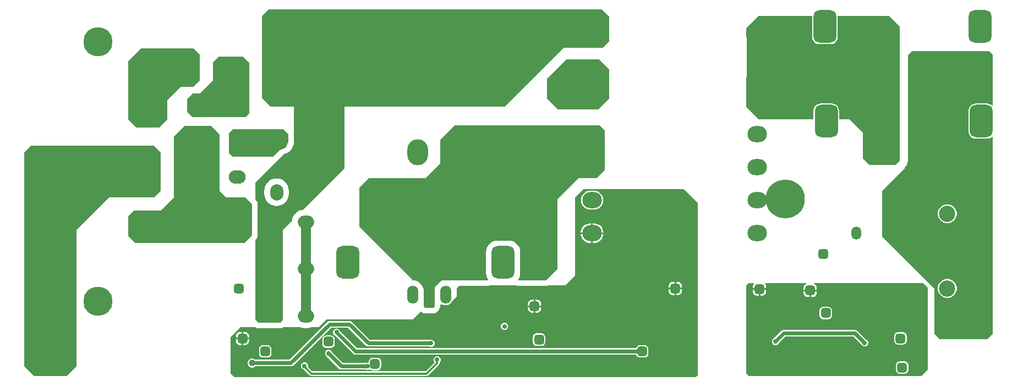
<source format=gtl>
G04*
G04 #@! TF.GenerationSoftware,Altium Limited,Altium Designer,22.0.2 (36)*
G04*
G04 Layer_Physical_Order=1*
G04 Layer_Color=255*
%FSLAX25Y25*%
%MOIN*%
G70*
G04*
G04 #@! TF.SameCoordinates,4B23997A-F780-4CFF-BF2E-C76CCAE4F475*
G04*
G04*
G04 #@! TF.FilePolarity,Positive*
G04*
G01*
G75*
%ADD33C,0.02362*%
%ADD34C,0.01181*%
%ADD35C,0.05906*%
%ADD36O,0.05906X0.07874*%
G04:AMPARAMS|DCode=37|XSize=59.06mil|YSize=59.06mil|CornerRadius=14.76mil|HoleSize=0mil|Usage=FLASHONLY|Rotation=90.000|XOffset=0mil|YOffset=0mil|HoleType=Round|Shape=RoundedRectangle|*
%AMROUNDEDRECTD37*
21,1,0.05906,0.02953,0,0,90.0*
21,1,0.02953,0.05906,0,0,90.0*
1,1,0.02953,0.01476,0.01476*
1,1,0.02953,0.01476,-0.01476*
1,1,0.02953,-0.01476,-0.01476*
1,1,0.02953,-0.01476,0.01476*
%
%ADD37ROUNDEDRECTD37*%
G04:AMPARAMS|DCode=38|XSize=236.22mil|YSize=236.22mil|CornerRadius=59.06mil|HoleSize=0mil|Usage=FLASHONLY|Rotation=0.000|XOffset=0mil|YOffset=0mil|HoleType=Round|Shape=RoundedRectangle|*
%AMROUNDEDRECTD38*
21,1,0.23622,0.11811,0,0,0.0*
21,1,0.11811,0.23622,0,0,0.0*
1,1,0.11811,0.05906,-0.05906*
1,1,0.11811,-0.05906,-0.05906*
1,1,0.11811,-0.05906,0.05906*
1,1,0.11811,0.05906,0.05906*
%
%ADD38ROUNDEDRECTD38*%
G04:AMPARAMS|DCode=39|XSize=59.06mil|YSize=59.06mil|CornerRadius=14.76mil|HoleSize=0mil|Usage=FLASHONLY|Rotation=180.000|XOffset=0mil|YOffset=0mil|HoleType=Round|Shape=RoundedRectangle|*
%AMROUNDEDRECTD39*
21,1,0.05906,0.02953,0,0,180.0*
21,1,0.02953,0.05906,0,0,180.0*
1,1,0.02953,-0.01476,0.01476*
1,1,0.02953,0.01476,0.01476*
1,1,0.02953,0.01476,-0.01476*
1,1,0.02953,-0.01476,-0.01476*
%
%ADD39ROUNDEDRECTD39*%
%ADD40O,0.06614X0.11024*%
G04:AMPARAMS|DCode=41|XSize=137.8mil|YSize=196.85mil|CornerRadius=34.45mil|HoleSize=0mil|Usage=FLASHONLY|Rotation=0.000|XOffset=0mil|YOffset=0mil|HoleType=Round|Shape=RoundedRectangle|*
%AMROUNDEDRECTD41*
21,1,0.13780,0.12795,0,0,0.0*
21,1,0.06890,0.19685,0,0,0.0*
1,1,0.06890,0.03445,-0.06398*
1,1,0.06890,-0.03445,-0.06398*
1,1,0.06890,-0.03445,0.06398*
1,1,0.06890,0.03445,0.06398*
%
%ADD41ROUNDEDRECTD41*%
%ADD42C,0.23622*%
%ADD43C,0.11811*%
%ADD44O,0.11811X0.09843*%
%ADD45C,0.17717*%
%ADD46O,0.05669X0.07087*%
%ADD47C,0.09843*%
%ADD48O,0.12598X0.15748*%
%ADD49O,0.09843X0.07874*%
%ADD50O,0.10236X0.08189*%
%ADD51O,0.07874X0.09843*%
%ADD52O,0.11811X0.07874*%
%ADD53O,0.05906X0.07874*%
%ADD54O,0.07874X0.05906*%
%ADD55C,0.02756*%
%ADD56C,0.03937*%
G36*
X534118Y213914D02*
X534118Y132543D01*
X531496Y129921D01*
X515748D01*
X511811Y133858D01*
X511811Y149606D01*
X503937Y157480D01*
X497414D01*
Y162894D01*
X497268Y163999D01*
X496842Y165028D01*
X496163Y165912D01*
X495279Y166591D01*
X494250Y167017D01*
X493145Y167163D01*
X486255D01*
X485150Y167017D01*
X484121Y166591D01*
X483237Y165912D01*
X482558Y165028D01*
X482132Y163999D01*
X481986Y162894D01*
Y157480D01*
X448776D01*
X441222Y165117D01*
X441618Y201513D01*
X441331Y212893D01*
X448721Y220472D01*
X480924D01*
X481127Y220240D01*
Y207445D01*
X481272Y206340D01*
X481699Y205311D01*
X482377Y204427D01*
X483261Y203748D01*
X484291Y203322D01*
X485396Y203176D01*
X492285D01*
X493390Y203322D01*
X494420Y203748D01*
X495304Y204427D01*
X495982Y205311D01*
X496409Y206340D01*
X496554Y207445D01*
Y220240D01*
X496758Y220472D01*
X527559D01*
X534118Y213914D01*
D02*
G37*
G36*
X590551Y196850D02*
Y166099D01*
X590051Y165969D01*
X589242Y166591D01*
X588212Y167017D01*
X587107Y167163D01*
X580217D01*
X579112Y167017D01*
X578083Y166591D01*
X577199Y165912D01*
X576520Y165028D01*
X576094Y163999D01*
X575949Y162894D01*
Y150098D01*
X576094Y148994D01*
X576520Y147964D01*
X577199Y147080D01*
X578083Y146402D01*
X579112Y145975D01*
X580217Y145830D01*
X587107D01*
X588212Y145975D01*
X589242Y146402D01*
X590051Y147023D01*
X590551Y146893D01*
Y27559D01*
X587470Y24477D01*
X558200D01*
X555118Y27559D01*
Y55118D01*
X523622Y86614D01*
Y114173D01*
X537022Y127573D01*
Y128428D01*
X537627Y129033D01*
X538416Y130061D01*
X538912Y131258D01*
X539081Y132543D01*
X539081Y196562D01*
X541359Y198839D01*
X588563D01*
X590551Y196850D01*
D02*
G37*
G36*
X358268Y220028D02*
Y205144D01*
X354079Y200956D01*
X330433D01*
X294831Y165354D01*
X197835Y165354D01*
Y127953D01*
X172612Y102730D01*
X171987Y102668D01*
X170607Y102250D01*
X169335Y101569D01*
X168220Y100654D01*
X167305Y99539D01*
X166624Y98267D01*
X166206Y96887D01*
X166144Y96262D01*
X160433Y90551D01*
Y35981D01*
X158792Y34341D01*
X145778Y34341D01*
X143701Y36417D01*
X143701Y84390D01*
X144147Y84836D01*
X144147Y84836D01*
X144690Y85544D01*
X144931Y86126D01*
X145031Y86367D01*
X145147Y87251D01*
X145147Y87251D01*
Y106299D01*
X145147Y106299D01*
X145031Y107183D01*
X144690Y108007D01*
X144147Y108714D01*
X144147Y108714D01*
X143701Y109160D01*
Y119095D01*
X161090Y136484D01*
X162459Y136899D01*
X163731Y137579D01*
X164846Y138494D01*
X165761Y139609D01*
X166441Y140881D01*
X166857Y142250D01*
X167323Y142717D01*
Y165354D01*
X153045D01*
X147959Y170440D01*
Y220246D01*
X152123Y224410D01*
X353886D01*
X358268Y220028D01*
D02*
G37*
G36*
Y187878D02*
Y170171D01*
X351661Y163565D01*
X327072D01*
X320553Y170084D01*
Y182214D01*
X332452Y194113D01*
X352033D01*
X358268Y187878D01*
D02*
G37*
G36*
X140245Y191896D02*
Y161151D01*
X137982Y158888D01*
X105684Y158888D01*
X102362Y162211D01*
Y169790D01*
X105800Y173228D01*
X110236D01*
X118110Y181102D01*
Y192328D01*
X121371Y195589D01*
X136552D01*
X140245Y191896D01*
D02*
G37*
G36*
X110236Y196850D02*
Y181102D01*
X106299Y177165D01*
X98425D01*
X90551Y169291D01*
Y157480D01*
X85554Y152484D01*
X71926D01*
X66929Y157480D01*
Y192913D01*
X74803Y200787D01*
X106299D01*
X110236Y196850D01*
D02*
G37*
G36*
X163908Y148383D02*
Y143969D01*
X163899Y143958D01*
X163750Y143597D01*
X163589Y143242D01*
X163271Y142194D01*
X162908Y141516D01*
X162420Y140920D01*
X161825Y140432D01*
X161146Y140069D01*
X160099Y139752D01*
X159743Y139591D01*
X159382Y139441D01*
X159338Y139407D01*
X159286Y139384D01*
X158985Y139136D01*
X158675Y138898D01*
X154619Y134843D01*
X130077D01*
X127859Y137060D01*
Y149148D01*
X130286Y151575D01*
X160716D01*
X163908Y148383D01*
D02*
G37*
G36*
X355513Y150846D02*
Y126981D01*
X350579Y122047D01*
X339484D01*
X326772Y109335D01*
X326772Y66929D01*
X319923Y60080D01*
X303247D01*
X303033Y60532D01*
X303101Y60616D01*
X303736Y61803D01*
X304126Y63090D01*
X304258Y64429D01*
Y77224D01*
X304126Y78563D01*
X303736Y79851D01*
X303101Y81038D01*
X302248Y82078D01*
X301208Y82931D01*
X300021Y83566D01*
X298734Y83956D01*
X297394Y84088D01*
X290505D01*
X289166Y83956D01*
X287878Y83566D01*
X286691Y82931D01*
X285651Y82078D01*
X284798Y81038D01*
X284163Y79851D01*
X283773Y78563D01*
X283641Y77224D01*
Y64429D01*
X283773Y63090D01*
X284163Y61803D01*
X284798Y60616D01*
X284866Y60532D01*
X284653Y60080D01*
X259380D01*
X259105Y60107D01*
X258829Y60080D01*
X256931D01*
X256348Y59498D01*
X255368Y58974D01*
X254349Y58138D01*
X253513Y57118D01*
X252989Y56138D01*
X252369Y55519D01*
X252369Y44118D01*
X251559Y43307D01*
X246815D01*
X245798Y44324D01*
Y48654D01*
X245830Y48973D01*
Y53382D01*
X245701Y54694D01*
X245318Y55956D01*
X244696Y57118D01*
X243860Y58138D01*
X242841Y58974D01*
X241678Y59595D01*
X240417Y59978D01*
X239105Y60107D01*
X206693Y92520D01*
X206693Y116142D01*
X212598Y122047D01*
X247041Y122047D01*
X255906Y130911D01*
Y145158D01*
X264736Y153989D01*
X352371Y153989D01*
X355513Y150846D01*
D02*
G37*
G36*
X122047Y148755D02*
Y114173D01*
X125984Y110236D01*
X137795D01*
X141732Y106299D01*
Y87251D01*
X137159Y82677D01*
X71086D01*
X66929Y86834D01*
Y99055D01*
X70237Y102362D01*
X86554D01*
X94488Y110296D01*
Y147033D01*
X100999Y153543D01*
X117259D01*
X122047Y148755D01*
D02*
G37*
G36*
X403543Y115157D02*
X411948Y106753D01*
Y2505D01*
X410852Y1405D01*
X131049D01*
X128937Y3509D01*
X128937Y25591D01*
X134843Y31496D01*
X143923D01*
X144070Y31383D01*
X144894Y31042D01*
X145778Y30925D01*
X145778Y30925D01*
X158792Y30925D01*
X158792Y30925D01*
X159676Y31042D01*
X160500Y31383D01*
X160647Y31496D01*
X170839D01*
X171987Y31148D01*
X173423Y31006D01*
X175391D01*
X176827Y31148D01*
X177975Y31496D01*
X182087D01*
X187008Y36417D01*
X239173D01*
X243774Y41019D01*
X244274D01*
X244401Y40892D01*
X245108Y40350D01*
X245932Y40008D01*
X246815Y39892D01*
X246815Y39892D01*
X251559D01*
X251559Y39892D01*
X252443Y40008D01*
X253267Y40350D01*
X253974Y40892D01*
X253974Y40892D01*
X254784Y41703D01*
X255327Y42410D01*
X255668Y43234D01*
X255785Y44118D01*
X255785Y44118D01*
Y45276D01*
X257331D01*
X258036Y44984D01*
X259105Y44843D01*
X260173Y44984D01*
X261170Y45396D01*
X262025Y46052D01*
X262681Y46908D01*
X262838Y47287D01*
X265748Y50197D01*
Y55118D01*
X267295Y56665D01*
X284653D01*
X284792Y56683D01*
X284932Y56677D01*
X285232Y56741D01*
X285536Y56782D01*
X285666Y56835D01*
X285803Y56865D01*
X286076Y57005D01*
X286273Y57087D01*
X301626D01*
X301823Y57005D01*
X302096Y56865D01*
X302233Y56835D01*
X302363Y56782D01*
X302667Y56741D01*
X302968Y56677D01*
X303108Y56683D01*
X303247Y56665D01*
X319923D01*
X319923Y56665D01*
X320807Y56782D01*
X321543Y57087D01*
X331693D01*
X337598Y62992D01*
Y110236D01*
X342520Y115157D01*
X403543Y115157D01*
D02*
G37*
G36*
X551181Y55512D02*
Y5906D01*
X547223Y1947D01*
X442935D01*
X441139Y3743D01*
Y56887D01*
X442520Y58268D01*
X445541D01*
X445805Y57768D01*
X445403Y57167D01*
X445211Y56201D01*
Y55224D01*
X449213D01*
X453214D01*
Y56201D01*
X453022Y57167D01*
X452620Y57768D01*
X452884Y58268D01*
X477538D01*
X477587Y57768D01*
X477479Y57746D01*
X476659Y57199D01*
X476112Y56380D01*
X475920Y55413D01*
Y54437D01*
X479921D01*
X483922D01*
Y55413D01*
X483730Y56380D01*
X483183Y57199D01*
X482364Y57746D01*
X482255Y57768D01*
X482304Y58268D01*
X548425D01*
X551181Y55512D01*
D02*
G37*
G36*
X86614Y137795D02*
Y114173D01*
X82677Y110236D01*
X55118D01*
X35433Y90551D01*
Y7874D01*
X29506Y1947D01*
X9864D01*
X3937Y7874D01*
X3937Y137795D01*
X7874Y141732D01*
X82677D01*
X86614Y137795D01*
D02*
G37*
%LPC*%
G36*
X563744Y106102D02*
X562241D01*
X560789Y105713D01*
X559487Y104962D01*
X558424Y103899D01*
X557673Y102597D01*
X557283Y101145D01*
Y99642D01*
X557673Y98190D01*
X558424Y96889D01*
X559487Y95826D01*
X560789Y95074D01*
X562241Y94685D01*
X563744D01*
X565196Y95074D01*
X566497Y95826D01*
X567560Y96889D01*
X568312Y98190D01*
X568701Y99642D01*
Y101145D01*
X568312Y102597D01*
X567560Y103899D01*
X566497Y104962D01*
X565196Y105713D01*
X563744Y106102D01*
D02*
G37*
G36*
Y60827D02*
X562241D01*
X560789Y60438D01*
X559487Y59686D01*
X558424Y58623D01*
X557673Y57322D01*
X557283Y55870D01*
Y54366D01*
X557673Y52915D01*
X558424Y51613D01*
X559487Y50550D01*
X560789Y49799D01*
X562241Y49409D01*
X563744D01*
X565196Y49799D01*
X566497Y50550D01*
X567560Y51613D01*
X568312Y52915D01*
X568701Y54366D01*
Y55870D01*
X568312Y57322D01*
X567560Y58623D01*
X566497Y59686D01*
X565196Y60438D01*
X563744Y60827D01*
D02*
G37*
G36*
X156693Y121728D02*
X155257Y121587D01*
X153877Y121168D01*
X152605Y120488D01*
X151490Y119573D01*
X150575Y118458D01*
X149895Y117186D01*
X149476Y115806D01*
X149335Y114370D01*
Y112402D01*
X149476Y110966D01*
X149895Y109586D01*
X150575Y108314D01*
X151490Y107199D01*
X152605Y106283D01*
X153877Y105603D01*
X155257Y105185D01*
X156693Y105043D01*
X158128Y105185D01*
X159509Y105603D01*
X160781Y106283D01*
X161896Y107199D01*
X162811Y108314D01*
X163491Y109586D01*
X163910Y110966D01*
X164051Y112402D01*
Y114370D01*
X163910Y115806D01*
X163491Y117186D01*
X162811Y118458D01*
X161896Y119573D01*
X160781Y120488D01*
X159509Y121168D01*
X158128Y121587D01*
X156693Y121728D01*
D02*
G37*
G36*
X348816Y114376D02*
X346848D01*
X345358Y114180D01*
X343969Y113605D01*
X342776Y112690D01*
X341861Y111497D01*
X341286Y110108D01*
X341090Y108618D01*
X341286Y107128D01*
X341861Y105739D01*
X342776Y104547D01*
X343969Y103632D01*
X345358Y103057D01*
X346848Y102860D01*
X348816D01*
X350307Y103057D01*
X351695Y103632D01*
X352888Y104547D01*
X353803Y105739D01*
X354378Y107128D01*
X354574Y108618D01*
X354378Y110108D01*
X353803Y111497D01*
X352888Y112690D01*
X351695Y113605D01*
X350307Y114180D01*
X348816Y114376D01*
D02*
G37*
G36*
Y94568D02*
X348332D01*
Y89118D01*
X354717D01*
X354652Y89779D01*
X354313Y90895D01*
X353764Y91924D01*
X353024Y92826D01*
X352122Y93565D01*
X351093Y94115D01*
X349977Y94454D01*
X348816Y94568D01*
D02*
G37*
G36*
X347332D02*
X346848D01*
X345687Y94454D01*
X344571Y94115D01*
X343542Y93565D01*
X342641Y92826D01*
X341901Y91924D01*
X341351Y90895D01*
X341012Y89779D01*
X340947Y89118D01*
X347332D01*
Y94568D01*
D02*
G37*
G36*
X354717Y88118D02*
X348332D01*
Y82668D01*
X348816D01*
X349977Y82783D01*
X351093Y83121D01*
X352122Y83671D01*
X353024Y84411D01*
X353764Y85313D01*
X354313Y86341D01*
X354652Y87458D01*
X354717Y88118D01*
D02*
G37*
G36*
X347332D02*
X340947D01*
X341012Y87458D01*
X341351Y86341D01*
X341901Y85313D01*
X342641Y84411D01*
X343542Y83671D01*
X344571Y83121D01*
X345687Y82783D01*
X346848Y82668D01*
X347332D01*
Y88118D01*
D02*
G37*
G36*
X399695Y59029D02*
X398719D01*
Y55527D01*
X402220D01*
Y56504D01*
X402028Y57470D01*
X401481Y58289D01*
X400662Y58836D01*
X399695Y59029D01*
D02*
G37*
G36*
X397719D02*
X396743D01*
X395776Y58836D01*
X394957Y58289D01*
X394410Y57470D01*
X394218Y56504D01*
Y55527D01*
X397719D01*
Y59029D01*
D02*
G37*
G36*
X402220Y54527D02*
X398719D01*
Y51026D01*
X399695D01*
X400662Y51218D01*
X401481Y51766D01*
X402028Y52585D01*
X402220Y53551D01*
Y54527D01*
D02*
G37*
G36*
X397719D02*
X394218D01*
Y53551D01*
X394410Y52585D01*
X394957Y51766D01*
X395776Y51218D01*
X396743Y51026D01*
X397719D01*
Y54527D01*
D02*
G37*
G36*
X314469Y48293D02*
X313492D01*
Y44791D01*
X316993D01*
Y45768D01*
X316801Y46734D01*
X316254Y47553D01*
X315435Y48100D01*
X314469Y48293D01*
D02*
G37*
G36*
X312492D02*
X311516D01*
X310549Y48100D01*
X309730Y47553D01*
X309183Y46734D01*
X308991Y45768D01*
Y44791D01*
X312492D01*
Y48293D01*
D02*
G37*
G36*
X316993Y43791D02*
X313492D01*
Y40290D01*
X314469D01*
X315435Y40482D01*
X316254Y41030D01*
X316801Y41849D01*
X316993Y42815D01*
Y43791D01*
D02*
G37*
G36*
X312492D02*
X308991D01*
Y42815D01*
X309183Y41849D01*
X309730Y41030D01*
X310549Y40482D01*
X311516Y40290D01*
X312492D01*
Y43791D01*
D02*
G37*
G36*
X295245Y34265D02*
X294384D01*
X293588Y33935D01*
X292979Y33326D01*
X292649Y32531D01*
Y31669D01*
X292979Y30873D01*
X293588Y30264D01*
X294384Y29934D01*
X295245D01*
X296041Y30264D01*
X296650Y30873D01*
X296980Y31669D01*
Y32531D01*
X296650Y33326D01*
X296041Y33935D01*
X295245Y34265D01*
D02*
G37*
G36*
X137500Y28804D02*
X136524D01*
Y25303D01*
X140025D01*
Y26280D01*
X139833Y27246D01*
X139285Y28065D01*
X138466Y28612D01*
X137500Y28804D01*
D02*
G37*
G36*
X135524D02*
X134547D01*
X133581Y28612D01*
X132762Y28065D01*
X132215Y27246D01*
X132022Y26280D01*
Y25303D01*
X135524D01*
Y28804D01*
D02*
G37*
G36*
X140025Y24303D02*
X136524D01*
Y20802D01*
X137500D01*
X138466Y20994D01*
X139285Y21541D01*
X139833Y22361D01*
X140025Y23327D01*
Y24303D01*
D02*
G37*
G36*
X135524D02*
X132022D01*
Y23327D01*
X132215Y22361D01*
X132762Y21541D01*
X133581Y20994D01*
X134547Y20802D01*
X135524D01*
Y24303D01*
D02*
G37*
G36*
X317197Y27825D02*
X314244D01*
X313361Y27650D01*
X312612Y27150D01*
X312112Y26401D01*
X311936Y25517D01*
Y22565D01*
X312112Y21681D01*
X312612Y20933D01*
X313361Y20432D01*
X314244Y20256D01*
X317197D01*
X318080Y20432D01*
X318829Y20933D01*
X319330Y21681D01*
X319505Y22565D01*
Y25517D01*
X319330Y26401D01*
X318829Y27150D01*
X318080Y27650D01*
X317197Y27825D01*
D02*
G37*
G36*
X200787Y35472D02*
X188976D01*
X188208Y35319D01*
X187557Y34884D01*
X164502Y11828D01*
X143817D01*
X143619Y12027D01*
X142990Y12389D01*
X142289Y12577D01*
X141564D01*
X140863Y12389D01*
X140234Y12027D01*
X139721Y11513D01*
X139358Y10885D01*
X139171Y10184D01*
Y9459D01*
X139358Y8758D01*
X139721Y8129D01*
X140234Y7616D01*
X140863Y7253D01*
X141564Y7066D01*
X142289D01*
X142990Y7253D01*
X143619Y7616D01*
X143817Y7814D01*
X165333D01*
X166101Y7967D01*
X166752Y8402D01*
X189808Y31457D01*
X199956D01*
X210957Y20456D01*
X211608Y20021D01*
X212376Y19869D01*
X249381D01*
X249764Y19710D01*
X250625D01*
X251421Y20040D01*
X252030Y20649D01*
X252360Y21445D01*
Y22306D01*
X252030Y23102D01*
X251421Y23711D01*
X250625Y24041D01*
X249764D01*
X249381Y23883D01*
X213208D01*
X202207Y34884D01*
X201555Y35319D01*
X200787Y35472D01*
D02*
G37*
G36*
X189665Y26619D02*
X186713D01*
X185829Y26443D01*
X185081Y25943D01*
X184580Y25194D01*
X184405Y24311D01*
Y21358D01*
X184580Y20475D01*
X185081Y19726D01*
X185829Y19226D01*
X186713Y19050D01*
X189665D01*
X190549Y19226D01*
X191297Y19726D01*
X191798Y20475D01*
X191973Y21358D01*
Y24311D01*
X191798Y25194D01*
X191297Y25943D01*
X190549Y26443D01*
X189665Y26619D01*
D02*
G37*
G36*
X193459Y30687D02*
X192598D01*
X191802Y30358D01*
X191193Y29749D01*
X190863Y28953D01*
Y28091D01*
X191193Y27296D01*
X191802Y26686D01*
X192184Y26528D01*
X203202Y15510D01*
X203854Y15075D01*
X204622Y14922D01*
X374471D01*
X374541Y14570D01*
X375041Y13821D01*
X375790Y13320D01*
X376673Y13145D01*
X379626D01*
X380509Y13320D01*
X381258Y13821D01*
X381758Y14570D01*
X381934Y15453D01*
Y18406D01*
X381758Y19289D01*
X381258Y20038D01*
X380509Y20538D01*
X379626Y20714D01*
X376673D01*
X375790Y20538D01*
X375041Y20038D01*
X374541Y19289D01*
X374471Y18936D01*
X205453D01*
X195022Y29367D01*
X194864Y29749D01*
X194255Y30358D01*
X193459Y30687D01*
D02*
G37*
G36*
X151279Y20714D02*
X148327D01*
X147443Y20538D01*
X146695Y20038D01*
X146194Y19289D01*
X146019Y18406D01*
Y15453D01*
X146194Y14570D01*
X146695Y13821D01*
X147443Y13320D01*
X148327Y13145D01*
X151279D01*
X152163Y13320D01*
X152912Y13821D01*
X153412Y14570D01*
X153588Y15453D01*
Y18406D01*
X153412Y19289D01*
X152912Y20038D01*
X152163Y20538D01*
X151279Y20714D01*
D02*
G37*
G36*
X188617Y17892D02*
X187756D01*
X186960Y17563D01*
X186351Y16953D01*
X186021Y16158D01*
Y15296D01*
X186351Y14500D01*
X186960Y13891D01*
X187342Y13733D01*
X194641Y6434D01*
X195292Y5999D01*
X196060Y5846D01*
X211087D01*
X211469Y5688D01*
X212330D01*
X213126Y6017D01*
X213244Y6135D01*
X213979Y5643D01*
X214862Y5468D01*
X217815D01*
X218698Y5643D01*
X219447Y6143D01*
X219947Y6892D01*
X220123Y7776D01*
Y10728D01*
X219947Y11612D01*
X219447Y12360D01*
X218698Y12861D01*
X217815Y13036D01*
X214862D01*
X213979Y12861D01*
X213230Y12360D01*
X212730Y11612D01*
X212554Y10728D01*
Y10168D01*
X212330Y10018D01*
X211469D01*
X211087Y9860D01*
X196892D01*
X190180Y16571D01*
X190022Y16953D01*
X189413Y17563D01*
X188617Y17892D01*
D02*
G37*
G36*
X254441Y14029D02*
X253580D01*
X252784Y13699D01*
X252175Y13090D01*
X251845Y12294D01*
Y11433D01*
X252175Y10637D01*
X252509Y10303D01*
X247056Y4850D01*
X178319D01*
X175709Y7459D01*
X175765Y7594D01*
Y8455D01*
X175436Y9251D01*
X174827Y9860D01*
X174031Y10190D01*
X173169D01*
X172373Y9860D01*
X171764Y9251D01*
X171435Y8455D01*
Y7594D01*
X171764Y6798D01*
X172373Y6189D01*
X173169Y5859D01*
X173352D01*
X173360Y5851D01*
X173394Y5801D01*
X176743Y2451D01*
X177199Y2147D01*
X177737Y2040D01*
X247638D01*
X248175Y2147D01*
X248631Y2451D01*
X254981Y8801D01*
X255286Y9257D01*
X255393Y9795D01*
Y10183D01*
X255846Y10637D01*
X256176Y11433D01*
Y12294D01*
X255846Y13090D01*
X255237Y13699D01*
X254441Y14029D01*
D02*
G37*
G36*
X453214Y54224D02*
X449713D01*
Y50723D01*
X450689D01*
X451655Y50915D01*
X452474Y51463D01*
X453022Y52282D01*
X453214Y53248D01*
Y54224D01*
D02*
G37*
G36*
X448713D02*
X445211D01*
Y53248D01*
X445403Y52282D01*
X445951Y51463D01*
X446770Y50915D01*
X447736Y50723D01*
X448713D01*
Y54224D01*
D02*
G37*
G36*
X483922Y53437D02*
X480421D01*
Y49936D01*
X481398D01*
X482364Y50128D01*
X483183Y50675D01*
X483730Y51494D01*
X483922Y52461D01*
Y53437D01*
D02*
G37*
G36*
X479421D02*
X475920D01*
Y52461D01*
X476112Y51494D01*
X476659Y50675D01*
X477479Y50128D01*
X478445Y49936D01*
X479421D01*
Y53437D01*
D02*
G37*
G36*
X490846Y43942D02*
X487894D01*
X487010Y43766D01*
X486262Y43266D01*
X485761Y42517D01*
X485586Y41634D01*
Y38681D01*
X485761Y37798D01*
X486262Y37049D01*
X487010Y36549D01*
X487894Y36373D01*
X490846D01*
X491730Y36549D01*
X492479Y37049D01*
X492979Y37798D01*
X493155Y38681D01*
Y41634D01*
X492979Y42517D01*
X492479Y43266D01*
X491730Y43766D01*
X490846Y43942D01*
D02*
G37*
G36*
X536122Y28588D02*
X533169D01*
X532286Y28412D01*
X531537Y27912D01*
X531037Y27163D01*
X530861Y26280D01*
Y23327D01*
X531037Y22444D01*
X531537Y21695D01*
X532286Y21194D01*
X533169Y21019D01*
X536122D01*
X537005Y21194D01*
X537754Y21695D01*
X538254Y22444D01*
X538430Y23327D01*
Y26280D01*
X538254Y27163D01*
X537754Y27912D01*
X537005Y28412D01*
X536122Y28588D01*
D02*
G37*
G36*
X507087Y29960D02*
X463976D01*
X463208Y29807D01*
X462557Y29372D01*
X458014Y24829D01*
X457632Y24670D01*
X457023Y24061D01*
X456693Y23265D01*
Y22404D01*
X457023Y21608D01*
X457632Y20999D01*
X458428Y20669D01*
X459289D01*
X460085Y20999D01*
X460694Y21608D01*
X460852Y21990D01*
X464808Y25946D01*
X506255D01*
X510998Y21203D01*
X511156Y20821D01*
X511766Y20211D01*
X512561Y19882D01*
X513423D01*
X514219Y20211D01*
X514828Y20821D01*
X515158Y21617D01*
Y22478D01*
X514828Y23274D01*
X514219Y23883D01*
X513837Y24041D01*
X508506Y29372D01*
X507855Y29807D01*
X507087Y29960D01*
D02*
G37*
G36*
X537106Y10871D02*
X534154D01*
X533270Y10695D01*
X532521Y10195D01*
X532021Y9446D01*
X531845Y8563D01*
Y5610D01*
X532021Y4727D01*
X532521Y3978D01*
X533270Y3478D01*
X534154Y3302D01*
X537106D01*
X537990Y3478D01*
X538738Y3978D01*
X539239Y4727D01*
X539414Y5610D01*
Y8563D01*
X539239Y9446D01*
X538738Y10195D01*
X537990Y10695D01*
X537106Y10871D01*
D02*
G37*
%LPD*%
D33*
X193104Y28447D02*
X204622Y16929D01*
X212376Y21876D02*
X250194D01*
X204622Y16929D02*
X378150D01*
X200787Y33465D02*
X212376Y21876D01*
X196060Y7853D02*
X211899D01*
X458858Y22835D02*
X463976Y27953D01*
X507087D01*
X512992Y22047D01*
X188976Y33465D02*
X200787D01*
X165333Y9821D02*
X188976Y33465D01*
X141927Y9821D02*
X165333D01*
X188186Y15727D02*
X196060Y7853D01*
D34*
X247638Y3445D02*
X253988Y9795D01*
X177737Y3445D02*
X247638D01*
X174387Y6794D02*
X177737Y3445D01*
X253988Y9795D02*
Y11841D01*
X254011Y11864D01*
X174387Y6794D02*
Y6811D01*
X173600Y7598D02*
X174387Y6811D01*
X173600Y7598D02*
Y8024D01*
D35*
X174407Y66908D02*
Y95451D01*
Y38365D02*
Y66908D01*
D36*
X507874Y88583D02*
D03*
X527559D02*
D03*
D37*
X398219Y55027D02*
D03*
X133858Y55118D02*
D03*
X487795Y75984D02*
D03*
X449213Y54724D02*
D03*
X479921Y53937D02*
D03*
X378150Y16929D02*
D03*
X315721Y24041D02*
D03*
X534646Y24803D02*
D03*
X535630Y7087D02*
D03*
X136024Y24803D02*
D03*
X149803Y16929D02*
D03*
X216339Y9252D02*
D03*
X188189Y22835D02*
D03*
X312992Y44291D02*
D03*
X156472Y221046D02*
D03*
D38*
X19761Y14106D02*
D03*
D39*
X489370Y40157D02*
D03*
D40*
X259105Y51177D02*
D03*
X249105D02*
D03*
X239105D02*
D03*
D41*
X293950Y70827D02*
D03*
X199987D02*
D03*
X489700Y156496D02*
D03*
X583662D02*
D03*
X582803Y213843D02*
D03*
X488841D02*
D03*
D42*
X464761Y188785D02*
D03*
Y109248D02*
D03*
D43*
X326966Y139147D02*
D03*
Y178316D02*
D03*
Y208350D02*
D03*
X77362Y161417D02*
D03*
Y125984D02*
D03*
Y90551D02*
D03*
D44*
X347832Y208618D02*
D03*
Y188618D02*
D03*
Y168618D02*
D03*
Y148618D02*
D03*
Y128618D02*
D03*
Y108618D02*
D03*
Y88618D02*
D03*
X447832Y208618D02*
D03*
Y188618D02*
D03*
Y168618D02*
D03*
Y148618D02*
D03*
Y128618D02*
D03*
Y108618D02*
D03*
Y88618D02*
D03*
D45*
X48622Y204724D02*
D03*
Y47244D02*
D03*
D46*
X525785Y189957D02*
D03*
X547045D02*
D03*
X525194Y137075D02*
D03*
X546454D02*
D03*
D47*
X562992Y80394D02*
D03*
Y100394D02*
D03*
Y35118D02*
D03*
Y55118D02*
D03*
D48*
X242320Y177162D02*
D03*
Y137792D02*
D03*
D49*
X154722Y95451D02*
D03*
X174407D02*
D03*
X154722Y38365D02*
D03*
X174407D02*
D03*
X154722Y66908D02*
D03*
X174407D02*
D03*
D50*
X132874Y164370D02*
D03*
Y143504D02*
D03*
Y122638D02*
D03*
Y101772D02*
D03*
D51*
X156693Y207874D02*
D03*
Y113386D02*
D03*
D52*
X157675Y173225D02*
D03*
Y143697D02*
D03*
D53*
X127126Y187992D02*
D03*
X107126D02*
D03*
D54*
X109252Y148622D02*
D03*
Y168307D02*
D03*
D55*
X368656Y21966D02*
D03*
X250194Y21876D02*
D03*
X359686Y22202D02*
D03*
X351575Y23622D02*
D03*
X336614D02*
D03*
X211899Y7853D02*
D03*
X254011Y11864D02*
D03*
X173600Y8024D02*
D03*
X549212Y47244D02*
D03*
X543307Y11811D02*
D03*
X531496D02*
D03*
X525590Y47244D02*
D03*
X519685Y11811D02*
D03*
X496063Y35433D02*
D03*
Y11811D02*
D03*
X478346Y47244D02*
D03*
X472441Y35433D02*
D03*
X478346Y23622D02*
D03*
X460630Y35433D02*
D03*
X448819D02*
D03*
X401575Y106299D02*
D03*
X407480Y94488D02*
D03*
X401575Y82677D02*
D03*
X407480Y70866D02*
D03*
Y47244D02*
D03*
X401575Y35433D02*
D03*
X407480Y23622D02*
D03*
X389764Y106299D02*
D03*
X395669Y94488D02*
D03*
X389764Y82677D02*
D03*
X395669Y70866D02*
D03*
X389764Y59055D02*
D03*
X395669Y47244D02*
D03*
X389764Y35433D02*
D03*
X377953Y106299D02*
D03*
X383858Y94488D02*
D03*
Y70866D02*
D03*
Y47244D02*
D03*
X372047D02*
D03*
Y23622D02*
D03*
X360236Y94488D02*
D03*
X354331Y82677D02*
D03*
X360236Y70866D02*
D03*
X354331Y59055D02*
D03*
X360236Y47244D02*
D03*
X342520Y82677D02*
D03*
X348425Y70866D02*
D03*
X342520Y59055D02*
D03*
X336614Y47244D02*
D03*
X324803D02*
D03*
X318898Y35433D02*
D03*
X307086D02*
D03*
X301181Y47244D02*
D03*
X289370D02*
D03*
X248031Y35433D02*
D03*
X236220Y11811D02*
D03*
X147638Y23622D02*
D03*
X481879Y21019D02*
D03*
X490552Y20864D02*
D03*
X498425Y20866D02*
D03*
X454078Y25505D02*
D03*
X458568Y29404D02*
D03*
X454551Y33342D02*
D03*
X512992Y22047D02*
D03*
X475399Y17162D02*
D03*
X475511Y11889D02*
D03*
X498819Y39764D02*
D03*
X499606Y52756D02*
D03*
X492520Y48819D02*
D03*
X512598Y56693D02*
D03*
X518898Y50394D02*
D03*
X534646Y48031D02*
D03*
X541736Y55185D02*
D03*
X193028Y28522D02*
D03*
X258858Y35433D02*
D03*
X300197Y12795D02*
D03*
X263779D02*
D03*
X167880Y25105D02*
D03*
X229688Y11835D02*
D03*
X263227Y35587D02*
D03*
X289988Y43397D02*
D03*
X290054Y38421D02*
D03*
X294815Y32100D02*
D03*
X295567Y13003D02*
D03*
X343025Y22708D02*
D03*
X398622Y30512D02*
D03*
X389764D02*
D03*
X383858Y24606D02*
D03*
X329724Y48228D02*
D03*
X347598Y59272D02*
D03*
X188186Y15727D02*
D03*
X458858Y22835D02*
D03*
D56*
X217500Y104376D02*
D03*
X217520Y95472D02*
D03*
X210630Y104331D02*
D03*
X141927Y9821D02*
D03*
M02*

</source>
